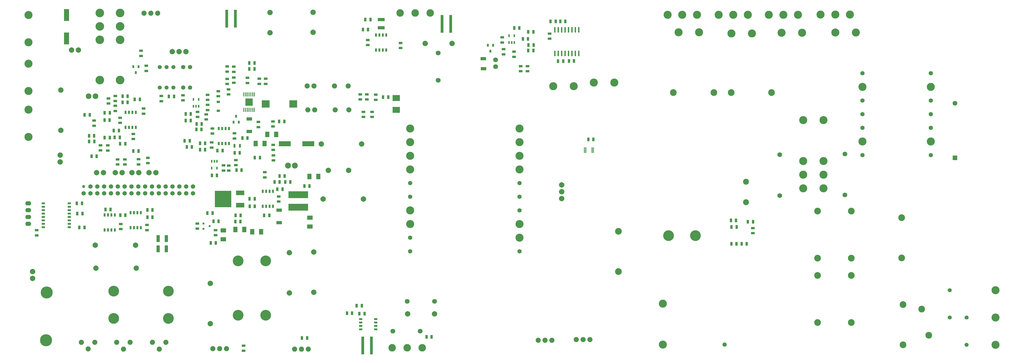
<source format=gts>
G04 (created by PCBNEW (2013-07-07 BZR 4022)-stable) date 31-01-2015 18:12:54*
%MOIN*%
G04 Gerber Fmt 3.4, Leading zero omitted, Abs format*
%FSLAX34Y34*%
G01*
G70*
G90*
G04 APERTURE LIST*
%ADD10C,0.00590551*%
%ADD11C,0.0748031*%
%ADD12R,0.025X0.05*%
%ADD13C,0.0787402*%
%ADD14C,0.0984252*%
%ADD15C,0.0826772*%
%ADD16C,0.125984*%
%ADD17R,0.0165354X0.0590551*%
%ADD18R,0.110236X0.110236*%
%ADD19C,0.11811*%
%ADD20C,0.0629921*%
%ADD21R,0.07X0.07*%
%ADD22C,0.07*%
%ADD23C,0.0590551*%
%ADD24R,0.05X0.03*%
%ADD25R,0.055X0.035*%
%ADD26R,0.035X0.055*%
%ADD27O,0.0866142X0.0629921*%
%ADD28R,0.0315X0.0394*%
%ADD29C,0.177165*%
%ADD30C,0.15748*%
%ADD31C,0.0866142*%
%ADD32R,0.0393701X0.011811*%
%ADD33R,0.0787402X0.0492126*%
%ADD34R,0.1732X0.0748*%
%ADD35R,0.0748X0.1732*%
%ADD36R,0.06X0.08*%
%ADD37R,0.08X0.06*%
%ADD38R,0.0814961X0.0472441*%
%ADD39R,0.0480315X0.0358268*%
%ADD40R,0.0314961X0.0314961*%
%ADD41R,0.0314961X0.0551181*%
%ADD42R,0.107992X0.085*%
%ADD43C,0.0708661*%
%ADD44R,0.114961X0.109843*%
%ADD45R,0.287402X0.104331*%
%ADD46C,0.110236*%
%ADD47R,0.1X0.05*%
%ADD48R,0.05X0.1*%
%ADD49R,0.0393701X0.259843*%
%ADD50R,0.023622X0.0413386*%
%ADD51R,0.05X0.025*%
%ADD52R,0.12X0.065*%
%ADD53R,0.24X0.24*%
%ADD54R,0.0216535X0.0787402*%
%ADD55C,0.0649606*%
%ADD56C,0.0433071*%
G04 APERTURE END LIST*
G54D10*
G54D11*
X56078Y-25006D03*
X57078Y-25006D03*
X60078Y-25006D03*
X62078Y-25006D03*
X56183Y-28506D03*
X57183Y-28506D03*
X60183Y-28506D03*
X62183Y-28506D03*
G54D12*
X31005Y-28885D03*
X30505Y-28885D03*
X30005Y-28885D03*
X29505Y-28885D03*
X29505Y-31085D03*
X30005Y-31085D03*
X30505Y-31085D03*
X31005Y-31085D03*
G54D13*
X26260Y-37716D03*
X25260Y-37716D03*
X29010Y-37720D03*
X28010Y-37720D03*
X31433Y-37716D03*
X30433Y-37716D03*
G54D14*
X130740Y-43354D03*
X135661Y-43354D03*
X135661Y-50244D03*
X130740Y-50244D03*
X143047Y-50232D03*
X143047Y-44326D03*
G54D15*
X25115Y-26505D03*
X24115Y-26505D03*
G54D16*
X25736Y-24153D03*
X25736Y-18248D03*
X25736Y-16279D03*
X25736Y-14311D03*
X28688Y-14311D03*
X28688Y-16279D03*
X28688Y-18248D03*
X28688Y-24153D03*
G54D13*
X33920Y-37710D03*
X32920Y-37710D03*
G54D11*
X32216Y-14350D03*
X33216Y-14350D03*
X34216Y-14350D03*
X56242Y-63580D03*
X54242Y-63580D03*
X55242Y-63580D03*
X44259Y-63523D03*
X42259Y-63523D03*
X43259Y-63523D03*
G54D13*
X31057Y-51730D03*
X25152Y-51730D03*
G54D17*
X46810Y-28524D03*
X47060Y-28524D03*
X47320Y-28524D03*
X47570Y-28524D03*
X47830Y-28524D03*
X48085Y-28524D03*
X48340Y-28524D03*
X48340Y-26240D03*
X48085Y-26240D03*
X47830Y-26240D03*
X47570Y-26240D03*
X47315Y-26240D03*
X47060Y-26240D03*
X46805Y-26240D03*
G54D18*
X47570Y-27382D03*
G54D19*
X136350Y-17200D03*
X133350Y-17200D03*
X128470Y-17220D03*
X125470Y-17220D03*
X121120Y-17325D03*
X118120Y-17325D03*
X113385Y-17150D03*
X110385Y-17150D03*
X92074Y-25047D03*
X95074Y-25047D03*
X98011Y-24515D03*
X101011Y-24515D03*
X71118Y-31267D03*
X71118Y-33267D03*
X71118Y-35267D03*
X71118Y-37267D03*
G54D20*
X71118Y-41267D03*
G54D19*
X71118Y-43267D03*
X71118Y-45267D03*
G54D20*
X71118Y-47267D03*
X71118Y-49267D03*
X87118Y-49267D03*
G54D19*
X87118Y-47267D03*
X87118Y-45267D03*
G54D20*
X87118Y-43267D03*
X87118Y-41267D03*
X87118Y-39267D03*
G54D19*
X87118Y-37267D03*
X87118Y-35267D03*
X87118Y-33267D03*
X87118Y-31267D03*
G54D20*
X71118Y-39267D03*
G54D19*
X108112Y-62912D03*
X108112Y-56927D03*
G54D20*
X117128Y-62912D03*
G54D21*
X150844Y-35556D03*
G54D22*
X150844Y-27556D03*
G54D23*
X150082Y-54956D03*
X150082Y-58956D03*
X152519Y-58948D03*
X152519Y-62948D03*
G54D13*
X22590Y-19740D03*
X21590Y-19740D03*
X15884Y-53210D03*
X15884Y-52210D03*
G54D24*
X21265Y-45715D03*
X21265Y-45215D03*
X21265Y-44715D03*
X21265Y-44215D03*
X21265Y-43715D03*
X21265Y-43215D03*
X21265Y-42715D03*
X21265Y-42215D03*
X17465Y-42215D03*
X17465Y-42715D03*
X17465Y-43215D03*
X17465Y-43715D03*
X17465Y-45715D03*
X17465Y-45215D03*
X17465Y-44715D03*
X17465Y-44215D03*
G54D25*
X16490Y-46905D03*
X16490Y-46155D03*
G54D26*
X23132Y-42219D03*
X22382Y-42219D03*
X23485Y-45750D03*
X22735Y-45750D03*
X23185Y-43720D03*
X22435Y-43720D03*
G54D27*
X15268Y-42214D03*
X15268Y-43214D03*
X15268Y-44214D03*
X15268Y-45214D03*
G54D25*
X31767Y-20615D03*
X31767Y-19865D03*
G54D26*
X91676Y-15559D03*
X92426Y-15559D03*
G54D19*
X15314Y-21763D03*
X15314Y-25763D03*
X15303Y-28480D03*
X15303Y-32480D03*
X15291Y-14633D03*
X15291Y-18633D03*
G54D25*
X32543Y-22804D03*
X32543Y-22054D03*
G54D28*
X31011Y-23043D03*
X30636Y-22177D03*
X31386Y-22177D03*
G54D25*
X28350Y-35775D03*
X28350Y-36525D03*
X29415Y-35775D03*
X29415Y-36525D03*
X32774Y-35563D03*
X32774Y-36313D03*
X31410Y-35760D03*
X31410Y-36510D03*
G54D29*
X17857Y-62298D03*
X17955Y-55294D03*
G54D19*
X156771Y-62948D03*
X156771Y-58948D03*
X156771Y-54948D03*
G54D14*
X145960Y-57732D03*
X146984Y-61551D03*
X143240Y-57047D03*
X143240Y-62952D03*
X130748Y-52799D03*
X135669Y-52799D03*
X135669Y-59688D03*
X130748Y-59688D03*
G54D19*
X128618Y-30023D03*
X128618Y-36023D03*
X128622Y-38023D03*
X128622Y-40023D03*
X131614Y-36023D03*
X131614Y-30023D03*
X131614Y-40023D03*
X131614Y-38023D03*
G54D22*
X125196Y-35090D03*
X125196Y-41090D03*
X134744Y-34992D03*
X134744Y-40992D03*
G54D20*
X147285Y-27160D03*
X147285Y-29160D03*
X147285Y-31160D03*
X147285Y-35160D03*
X137285Y-23160D03*
X137285Y-27160D03*
X137285Y-29160D03*
X137285Y-31160D03*
X137285Y-35160D03*
G54D19*
X137285Y-25160D03*
X137285Y-33160D03*
X147285Y-33160D03*
X147285Y-25160D03*
G54D20*
X147285Y-23160D03*
G54D19*
X131174Y-14564D03*
X133320Y-14564D03*
X135465Y-14564D03*
X123584Y-14570D03*
X125730Y-14570D03*
X127875Y-14570D03*
X108804Y-14600D03*
X110950Y-14600D03*
X113095Y-14600D03*
X116254Y-14600D03*
X118400Y-14600D03*
X120545Y-14600D03*
G54D14*
X118110Y-25984D03*
X124015Y-25984D03*
X101598Y-52232D03*
X101598Y-46326D03*
X115551Y-25984D03*
X109645Y-25984D03*
G54D30*
X112870Y-46948D03*
X108933Y-46948D03*
G54D31*
X120275Y-42051D03*
X120275Y-39051D03*
G54D11*
X97425Y-62200D03*
X96425Y-62200D03*
X95425Y-62200D03*
X91877Y-62287D03*
X90877Y-62287D03*
X89877Y-62287D03*
G54D32*
X96736Y-34122D03*
X96732Y-34318D03*
X96736Y-34515D03*
X96736Y-34712D03*
X97838Y-34712D03*
X97838Y-34515D03*
X97838Y-34318D03*
X97838Y-34122D03*
G54D13*
X93287Y-39527D03*
X93287Y-40527D03*
X93287Y-41527D03*
X38345Y-19985D03*
X37345Y-19985D03*
X36345Y-19985D03*
G54D26*
X48353Y-22511D03*
X47603Y-22511D03*
X28667Y-32560D03*
X27917Y-32560D03*
X52858Y-39076D03*
X53608Y-39076D03*
X38295Y-30070D03*
X39045Y-30070D03*
G54D25*
X42208Y-31247D03*
X42208Y-31997D03*
G54D26*
X48413Y-35531D03*
X49163Y-35531D03*
X39885Y-30590D03*
X40635Y-30590D03*
X52020Y-38206D03*
X52770Y-38206D03*
X48353Y-21646D03*
X47603Y-21646D03*
G54D25*
X28686Y-30426D03*
X28686Y-29676D03*
G54D26*
X88408Y-17094D03*
X89158Y-17094D03*
G54D25*
X64807Y-26247D03*
X64807Y-26997D03*
X63822Y-26247D03*
X63822Y-26997D03*
X65555Y-28806D03*
X65555Y-29556D03*
X64295Y-28806D03*
X64295Y-29556D03*
G54D26*
X40386Y-34344D03*
X41136Y-34344D03*
G54D25*
X44611Y-37433D03*
X44611Y-36683D03*
G54D26*
X64059Y-57218D03*
X63309Y-57218D03*
X36600Y-26568D03*
X35850Y-26568D03*
G54D25*
X27993Y-26477D03*
X27993Y-27227D03*
G54D26*
X45563Y-44876D03*
X46313Y-44876D03*
X64969Y-16746D03*
X64219Y-16746D03*
G54D25*
X32621Y-46145D03*
X32621Y-45395D03*
X42683Y-46886D03*
X42683Y-46136D03*
X28796Y-45237D03*
X28796Y-45987D03*
G54D26*
X88447Y-19023D03*
X89197Y-19023D03*
X93093Y-15559D03*
X93843Y-15559D03*
G54D25*
X91539Y-18099D03*
X91539Y-17349D03*
G54D13*
X62129Y-37396D03*
X59177Y-37396D03*
X56945Y-17156D03*
X56945Y-14203D03*
X50644Y-17206D03*
X50644Y-14253D03*
G54D33*
X81850Y-21023D03*
X81854Y-22500D03*
G54D34*
X52812Y-33498D03*
X56237Y-33498D03*
G54D35*
X20877Y-14634D03*
X20877Y-18059D03*
G54D36*
X45578Y-46056D03*
X46878Y-46056D03*
X51538Y-32111D03*
X50238Y-32111D03*
G54D37*
X43808Y-47476D03*
X43808Y-46176D03*
G54D36*
X56405Y-38292D03*
X57705Y-38292D03*
G54D25*
X41310Y-29175D03*
X41310Y-29925D03*
X51893Y-41216D03*
X51893Y-41966D03*
X45619Y-36621D03*
X45619Y-35871D03*
G54D26*
X49773Y-43996D03*
X50523Y-43996D03*
G54D25*
X48948Y-30291D03*
X48948Y-31041D03*
X50003Y-24716D03*
X50003Y-23966D03*
X49058Y-24716D03*
X49058Y-23966D03*
G54D13*
X53460Y-55356D03*
X53460Y-49451D03*
X58120Y-33511D03*
X64026Y-33511D03*
X57024Y-55268D03*
X57024Y-49363D03*
X41900Y-53947D03*
X41900Y-59852D03*
X30980Y-48356D03*
X25075Y-48356D03*
X58400Y-41596D03*
X64306Y-41596D03*
X20020Y-25603D03*
X20020Y-31508D03*
X70763Y-58410D03*
X74700Y-58410D03*
X77277Y-18776D03*
X73340Y-18776D03*
G54D38*
X51970Y-43233D03*
X51970Y-45060D03*
X47598Y-29854D03*
X47598Y-31681D03*
G54D26*
X33450Y-44254D03*
X32700Y-44254D03*
X51293Y-39086D03*
X52043Y-39086D03*
X87621Y-18118D03*
X88371Y-18118D03*
X29474Y-43960D03*
X28724Y-43960D03*
X39048Y-29102D03*
X38298Y-29102D03*
X38895Y-33050D03*
X38145Y-33050D03*
G54D25*
X64943Y-19024D03*
X64943Y-18274D03*
X45437Y-32705D03*
X45437Y-31955D03*
G54D26*
X63717Y-58373D03*
X64467Y-58373D03*
G54D39*
X43074Y-28645D03*
X43074Y-27354D03*
G54D40*
X40908Y-45192D03*
X40908Y-45940D03*
X41810Y-45566D03*
G54D41*
X46224Y-33787D03*
X45437Y-33787D03*
G54D42*
X69098Y-26775D03*
X69098Y-28515D03*
G54D31*
X53253Y-36671D03*
X54253Y-36671D03*
G54D36*
X49846Y-33460D03*
X48546Y-33460D03*
X49350Y-46400D03*
X48050Y-46400D03*
G54D37*
X56458Y-44332D03*
X56458Y-45632D03*
G54D26*
X56414Y-39683D03*
X55664Y-39683D03*
X87111Y-16503D03*
X86361Y-16503D03*
G54D25*
X86342Y-20737D03*
X86342Y-19987D03*
G54D26*
X88408Y-19811D03*
X89158Y-19811D03*
G54D25*
X43074Y-25774D03*
X43074Y-26524D03*
G54D26*
X30838Y-26985D03*
X31588Y-26985D03*
G54D25*
X88311Y-22863D03*
X88311Y-22113D03*
X49868Y-37661D03*
X49868Y-38411D03*
G54D26*
X29055Y-26510D03*
X29805Y-26510D03*
X29055Y-27410D03*
X29805Y-27410D03*
G54D25*
X30646Y-32799D03*
X30646Y-32049D03*
G54D26*
X28710Y-33495D03*
X29460Y-33495D03*
X27783Y-31542D03*
X28533Y-31542D03*
G54D43*
X83625Y-22200D03*
X83625Y-21200D03*
G54D44*
X49990Y-27646D03*
X54042Y-27646D03*
G54D30*
X45977Y-50638D03*
X45977Y-58631D03*
X49992Y-58631D03*
X49992Y-50638D03*
X35775Y-55078D03*
X27783Y-55078D03*
X27783Y-59094D03*
X35775Y-59094D03*
G54D45*
X54764Y-42794D03*
X54764Y-40963D03*
G54D46*
X72888Y-63400D03*
X70700Y-63400D03*
X68511Y-63400D03*
X69681Y-14310D03*
X71870Y-14310D03*
X74058Y-14310D03*
G54D28*
X82877Y-19929D03*
X82502Y-19063D03*
X83252Y-19063D03*
X45683Y-29443D03*
X46058Y-30309D03*
X45308Y-30309D03*
G54D47*
X66904Y-16499D03*
X66904Y-15299D03*
G54D48*
X34275Y-47370D03*
X35475Y-47370D03*
G54D25*
X32120Y-29075D03*
X32120Y-28325D03*
X26992Y-27598D03*
X26992Y-26848D03*
X27993Y-28683D03*
X27993Y-27933D03*
G54D26*
X27185Y-28945D03*
X26435Y-28945D03*
X27168Y-30033D03*
X26418Y-30033D03*
G54D25*
X24915Y-30090D03*
X24915Y-30840D03*
G54D26*
X24525Y-35310D03*
X25275Y-35310D03*
X61890Y-58320D03*
X62640Y-58320D03*
X42943Y-34486D03*
X43693Y-34486D03*
G54D25*
X34750Y-27245D03*
X34750Y-26495D03*
X37908Y-27132D03*
X37908Y-26382D03*
G54D26*
X41475Y-43652D03*
X42225Y-43652D03*
X42366Y-44838D03*
X43116Y-44838D03*
G54D25*
X39998Y-45931D03*
X39998Y-45181D03*
G54D26*
X42713Y-48026D03*
X41963Y-48026D03*
X51703Y-40136D03*
X52453Y-40136D03*
X46597Y-32645D03*
X47347Y-32645D03*
G54D25*
X44370Y-22155D03*
X44370Y-22905D03*
X44564Y-25514D03*
X44564Y-26264D03*
X44352Y-23978D03*
X44352Y-24728D03*
X45339Y-23796D03*
X45339Y-24546D03*
X45325Y-22186D03*
X45325Y-22936D03*
G54D26*
X45455Y-34811D03*
X46205Y-34811D03*
G54D25*
X42090Y-33294D03*
X42090Y-34044D03*
G54D26*
X24255Y-29250D03*
X23505Y-29250D03*
X45589Y-43970D03*
X46339Y-43970D03*
X47659Y-42665D03*
X48409Y-42665D03*
X47640Y-41535D03*
X48390Y-41535D03*
G54D25*
X51128Y-35171D03*
X51128Y-35921D03*
X51098Y-33645D03*
X51098Y-34395D03*
G54D26*
X52732Y-30205D03*
X51982Y-30205D03*
G54D25*
X51056Y-30217D03*
X51056Y-30967D03*
X47333Y-23831D03*
X47333Y-24581D03*
G54D26*
X24903Y-32326D03*
X24153Y-32326D03*
X24924Y-33152D03*
X24174Y-33152D03*
G54D25*
X25850Y-33703D03*
X25850Y-34453D03*
X26906Y-33725D03*
X26906Y-34475D03*
G54D26*
X26445Y-32580D03*
X27195Y-32580D03*
X31399Y-34545D03*
X30649Y-34545D03*
X121292Y-44925D03*
X120542Y-44925D03*
X64576Y-15290D03*
X65326Y-15290D03*
G54D25*
X46770Y-63075D03*
X46770Y-63825D03*
G54D26*
X39201Y-33935D03*
X38451Y-33935D03*
X46470Y-37338D03*
X45720Y-37338D03*
X55313Y-61965D03*
X56063Y-61965D03*
X118812Y-44728D03*
X118062Y-44728D03*
X118890Y-45673D03*
X118140Y-45673D03*
X120375Y-48137D03*
X119625Y-48137D03*
X73529Y-61785D03*
X74279Y-61785D03*
G54D25*
X121271Y-45849D03*
X121271Y-46599D03*
G54D26*
X118128Y-48137D03*
X118878Y-48137D03*
G54D25*
X43830Y-37405D03*
X43830Y-36655D03*
G54D26*
X40386Y-33431D03*
X41136Y-33431D03*
G54D25*
X40046Y-29567D03*
X40046Y-28817D03*
X41510Y-27785D03*
X41510Y-28535D03*
X41486Y-26306D03*
X41486Y-27056D03*
G54D26*
X39865Y-31390D03*
X40615Y-31390D03*
G54D25*
X84610Y-17900D03*
X84610Y-18650D03*
X69728Y-19466D03*
X69728Y-18716D03*
G54D26*
X32700Y-43183D03*
X33450Y-43183D03*
X27304Y-43113D03*
X26554Y-43113D03*
X42875Y-38110D03*
X42125Y-38110D03*
X67182Y-26652D03*
X67932Y-26652D03*
G54D25*
X66106Y-26286D03*
X66106Y-27036D03*
G54D26*
X94353Y-21346D03*
X95103Y-21346D03*
X93528Y-21385D03*
X92778Y-21385D03*
X97940Y-32850D03*
X97190Y-32850D03*
G54D25*
X84807Y-20382D03*
X84807Y-19632D03*
X87287Y-22113D03*
X87287Y-22863D03*
G54D49*
X45574Y-15137D03*
X44314Y-15137D03*
X65463Y-63052D03*
X64204Y-63052D03*
X77068Y-15906D03*
X75808Y-15906D03*
G54D43*
X75248Y-24171D03*
X75248Y-20171D03*
X74688Y-56584D03*
X70688Y-56584D03*
X68605Y-60935D03*
X72605Y-60935D03*
G54D50*
X42865Y-36050D03*
X42115Y-36050D03*
X42865Y-37050D03*
X42490Y-36050D03*
X42115Y-37050D03*
X39435Y-27970D03*
X40185Y-27970D03*
X39435Y-26970D03*
X39810Y-27970D03*
X40185Y-26970D03*
X85613Y-18657D03*
X86363Y-18657D03*
X85613Y-17657D03*
X85988Y-18657D03*
X86363Y-17657D03*
G54D12*
X66136Y-19748D03*
X66636Y-19748D03*
X67136Y-19748D03*
X67636Y-19748D03*
X67636Y-17548D03*
X67136Y-17548D03*
X66636Y-17548D03*
X66136Y-17548D03*
X31725Y-43570D03*
X31225Y-43570D03*
X30725Y-43570D03*
X30225Y-43570D03*
X30225Y-45770D03*
X30725Y-45770D03*
X31225Y-45770D03*
X31725Y-45770D03*
X27930Y-43920D03*
X27430Y-43920D03*
X26930Y-43920D03*
X26430Y-43920D03*
X26430Y-46120D03*
X26930Y-46120D03*
X27430Y-46120D03*
X27930Y-46120D03*
X44618Y-31251D03*
X44118Y-31251D03*
X43618Y-31251D03*
X43118Y-31251D03*
X43118Y-33451D03*
X43618Y-33451D03*
X44118Y-33451D03*
X44618Y-33451D03*
X49553Y-42661D03*
X50053Y-42661D03*
X50553Y-42661D03*
X51053Y-42661D03*
X51053Y-40461D03*
X50553Y-40461D03*
X50053Y-40461D03*
X49553Y-40461D03*
G54D51*
X63910Y-59200D03*
X63910Y-59700D03*
X63910Y-60200D03*
X63910Y-60700D03*
X66110Y-60700D03*
X66110Y-60200D03*
X66110Y-59700D03*
X66110Y-59200D03*
G54D52*
X46251Y-42494D03*
G54D53*
X43751Y-41594D03*
G54D52*
X46251Y-40694D03*
G54D13*
X19921Y-35153D03*
X19921Y-36153D03*
G54D20*
X37930Y-25265D03*
X38930Y-25265D03*
X38930Y-22265D03*
X37930Y-22265D03*
G54D23*
X36500Y-22250D03*
X35500Y-22250D03*
X34500Y-22250D03*
X34500Y-25250D03*
X35500Y-25250D03*
X36500Y-25250D03*
G54D54*
X92309Y-20246D03*
X92809Y-20246D03*
X93309Y-20246D03*
X93809Y-20246D03*
X94309Y-20246D03*
X94809Y-20246D03*
X95309Y-20246D03*
X95809Y-20246D03*
X95809Y-16800D03*
X95309Y-16800D03*
X94809Y-16800D03*
X94309Y-16800D03*
X93809Y-16800D03*
X93309Y-16800D03*
X92809Y-16800D03*
X92309Y-16800D03*
G54D11*
X35414Y-62595D03*
X34430Y-63580D03*
X33445Y-62595D03*
X30178Y-62595D03*
X29194Y-63580D03*
X28209Y-62595D03*
X25008Y-62573D03*
X24024Y-63558D03*
X23039Y-62573D03*
G54D48*
X34275Y-48900D03*
X35475Y-48900D03*
G54D55*
X28360Y-40750D03*
X29360Y-40750D03*
X30360Y-40750D03*
X31360Y-40750D03*
X32360Y-40750D03*
X33360Y-40750D03*
X34360Y-40750D03*
X35360Y-40750D03*
X36360Y-40750D03*
X37360Y-40750D03*
X38360Y-40750D03*
X39360Y-40750D03*
X27360Y-40750D03*
X26360Y-40750D03*
X25360Y-40750D03*
X24360Y-40750D03*
X23360Y-40750D03*
X39360Y-39750D03*
X38360Y-39750D03*
X37360Y-39750D03*
X36360Y-39750D03*
X35360Y-39750D03*
X34360Y-39750D03*
X33360Y-39750D03*
X32360Y-39750D03*
X31360Y-39750D03*
X30360Y-39750D03*
X29360Y-39750D03*
X28360Y-39750D03*
X27360Y-39750D03*
X26360Y-39750D03*
X25360Y-39750D03*
X24360Y-39750D03*
G54D56*
X23360Y-39750D03*
M02*

</source>
